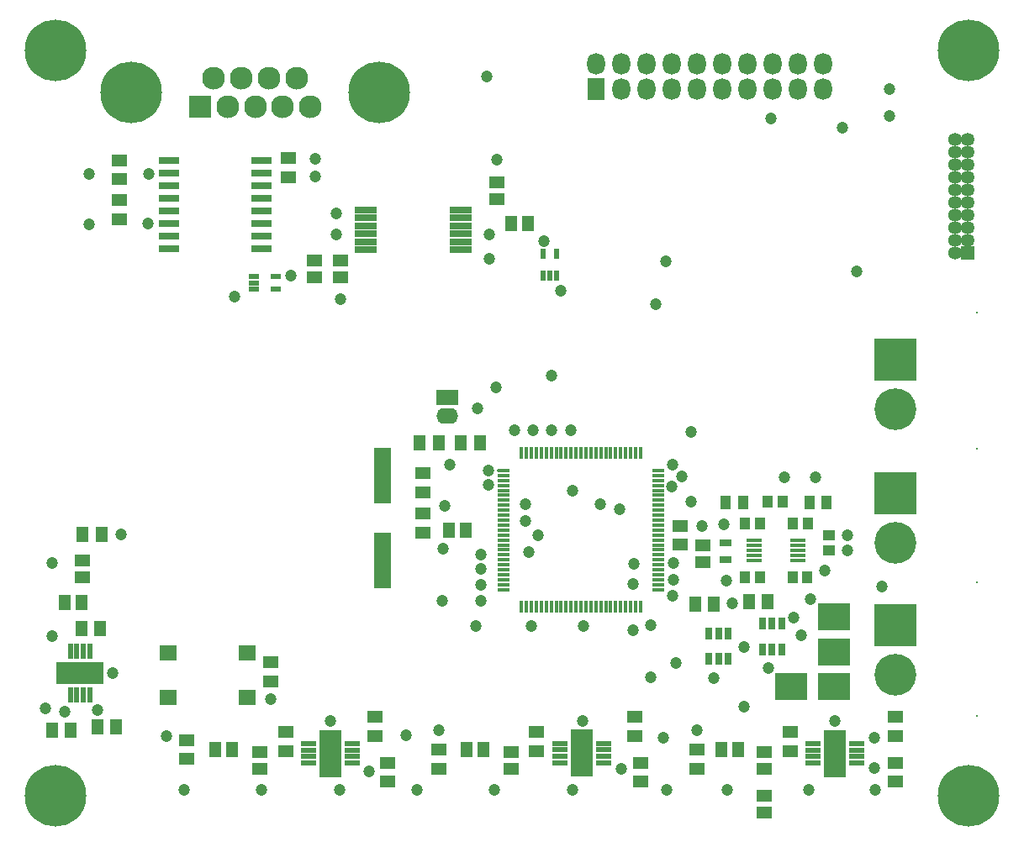
<source format=gts>
G04*
G04 #@! TF.GenerationSoftware,Altium Limited,Altium Designer,23.5.1 (21)*
G04*
G04 Layer_Color=8388736*
%FSLAX44Y44*%
%MOMM*%
G71*
G04*
G04 #@! TF.SameCoordinates,D9901149-2AC3-4954-9F64-4BA616841755*
G04*
G04*
G04 #@! TF.FilePolarity,Negative*
G04*
G01*
G75*
%ADD38R,1.2000X1.6000*%
%ADD39R,1.6000X1.2000*%
%ADD40R,1.6000X1.3000*%
%ADD41R,1.3000X1.6000*%
%ADD42R,1.0900X0.5400*%
%ADD43R,0.5400X1.0900*%
%ADD44R,2.2300X0.7000*%
%ADD45R,3.2032X2.7032*%
%ADD46R,1.5500X0.4000*%
%ADD47R,1.1000X1.3000*%
%ADD48R,0.6516X1.2016*%
%ADD49R,1.3000X0.8000*%
%ADD50R,1.1032X1.4032*%
%ADD51R,1.3000X1.1000*%
%ADD52O,1.3000X0.4000*%
%ADD53R,1.3000X0.4000*%
%ADD54R,0.4000X1.3000*%
%ADD55R,1.5000X0.5500*%
%ADD56R,2.2032X4.7032*%
%ADD57R,0.5500X1.5000*%
%ADD58R,4.7032X2.2032*%
%ADD59R,2.1400X0.7400*%
%ADD60R,1.7532X1.5032*%
%ADD61R,1.7032X5.7032*%
%ADD62R,4.2032X4.2032*%
%ADD63C,4.2032*%
%ADD64R,1.3532X1.3532*%
%ADD65C,1.3532*%
%ADD66O,2.2032X1.6032*%
%ADD67R,2.2032X1.6032*%
%ADD68R,1.8032X2.2032*%
%ADD69O,1.8032X2.2032*%
%ADD70C,2.3000*%
%ADD71R,2.3000X2.3000*%
%ADD72C,6.2032*%
%ADD73C,0.2032*%
%ADD74C,1.2032*%
%ADD75C,0.9000*%
D38*
X767500Y256000D02*
D03*
X784500D02*
D03*
X528500D02*
D03*
X511500D02*
D03*
X510500Y477000D02*
D03*
X493500D02*
D03*
X258500Y256000D02*
D03*
X275500D02*
D03*
X123500Y404000D02*
D03*
X106500D02*
D03*
X556000Y786000D02*
D03*
X573000D02*
D03*
D39*
X811000Y253000D02*
D03*
Y236000D02*
D03*
X556000Y236500D02*
D03*
Y253500D02*
D03*
X811000Y209500D02*
D03*
Y192500D02*
D03*
X749165Y444907D02*
D03*
Y461908D02*
D03*
X303000Y236500D02*
D03*
Y253500D02*
D03*
X124000Y429500D02*
D03*
Y446500D02*
D03*
X384000Y731500D02*
D03*
Y748500D02*
D03*
X358000D02*
D03*
Y731500D02*
D03*
X542000Y827500D02*
D03*
Y810500D02*
D03*
D40*
X743000Y236500D02*
D03*
Y255500D02*
D03*
X681000Y269500D02*
D03*
Y288500D02*
D03*
X483000Y236500D02*
D03*
Y255500D02*
D03*
X943000Y242500D02*
D03*
Y223500D02*
D03*
X467000Y534250D02*
D03*
Y515250D02*
D03*
Y474500D02*
D03*
Y493500D02*
D03*
X314000Y343500D02*
D03*
Y324500D02*
D03*
X162000Y849500D02*
D03*
Y830500D02*
D03*
Y790500D02*
D03*
Y809500D02*
D03*
X331496Y851750D02*
D03*
Y832750D02*
D03*
X582000Y273500D02*
D03*
Y254500D02*
D03*
X837000D02*
D03*
Y273500D02*
D03*
X943000Y269500D02*
D03*
Y288500D02*
D03*
X687000Y223500D02*
D03*
Y242500D02*
D03*
X726000Y462500D02*
D03*
Y481500D02*
D03*
X329000Y254500D02*
D03*
Y273500D02*
D03*
X419000Y269500D02*
D03*
Y288500D02*
D03*
X229000Y246500D02*
D03*
Y265500D02*
D03*
X432000Y242500D02*
D03*
Y223500D02*
D03*
D41*
X524500Y564625D02*
D03*
X505500D02*
D03*
X464125D02*
D03*
X483125D02*
D03*
X760290Y402270D02*
D03*
X741290D02*
D03*
X123500Y378000D02*
D03*
X142500D02*
D03*
X139500Y279000D02*
D03*
X158500D02*
D03*
X124500Y473000D02*
D03*
X143500D02*
D03*
X112500Y275500D02*
D03*
X93500D02*
D03*
X814500Y405000D02*
D03*
X795500D02*
D03*
D42*
X319000Y732500D02*
D03*
X297000D02*
D03*
Y726000D02*
D03*
Y719500D02*
D03*
X319000D02*
D03*
D43*
X601500Y755000D02*
D03*
Y733000D02*
D03*
X595000D02*
D03*
X588500D02*
D03*
Y755000D02*
D03*
D44*
X409705Y799500D02*
D03*
Y791500D02*
D03*
Y783500D02*
D03*
Y775500D02*
D03*
Y767500D02*
D03*
Y759500D02*
D03*
X505705Y799500D02*
D03*
Y791500D02*
D03*
Y783500D02*
D03*
Y775500D02*
D03*
Y767500D02*
D03*
Y759500D02*
D03*
D45*
X881000Y354000D02*
D03*
Y390000D02*
D03*
X838000Y319000D02*
D03*
X881000D02*
D03*
D46*
X845000Y446423D02*
D03*
Y451423D02*
D03*
Y456423D02*
D03*
Y461423D02*
D03*
Y466423D02*
D03*
X801000Y446423D02*
D03*
Y451423D02*
D03*
Y456423D02*
D03*
Y461423D02*
D03*
Y466423D02*
D03*
D47*
X839500Y429423D02*
D03*
X854500D02*
D03*
X814500Y505423D02*
D03*
X829500D02*
D03*
X791500Y483423D02*
D03*
X806500D02*
D03*
X791500Y429423D02*
D03*
X806500D02*
D03*
X840000Y483423D02*
D03*
X855000D02*
D03*
D48*
X809500Y357000D02*
D03*
X819000D02*
D03*
X828500D02*
D03*
X809500Y383000D02*
D03*
X819000D02*
D03*
X828500D02*
D03*
X774500Y373000D02*
D03*
X765000D02*
D03*
X755500D02*
D03*
X774500Y347000D02*
D03*
X765000D02*
D03*
X755500D02*
D03*
D49*
X772000Y447500D02*
D03*
Y464500D02*
D03*
D50*
X772500Y504423D02*
D03*
X789500D02*
D03*
X873500D02*
D03*
X856500D02*
D03*
D51*
X876000Y471923D02*
D03*
Y456923D02*
D03*
D52*
X549000Y537000D02*
D03*
D53*
Y532000D02*
D03*
Y527000D02*
D03*
Y522000D02*
D03*
Y517000D02*
D03*
Y512000D02*
D03*
Y507000D02*
D03*
Y502000D02*
D03*
Y497000D02*
D03*
Y492000D02*
D03*
Y487000D02*
D03*
Y482000D02*
D03*
Y477000D02*
D03*
Y472000D02*
D03*
Y467000D02*
D03*
Y462000D02*
D03*
Y457000D02*
D03*
Y452000D02*
D03*
Y447000D02*
D03*
Y442000D02*
D03*
Y437000D02*
D03*
Y432000D02*
D03*
Y427000D02*
D03*
Y422000D02*
D03*
Y417000D02*
D03*
X704000D02*
D03*
Y422000D02*
D03*
Y427000D02*
D03*
Y432000D02*
D03*
Y437000D02*
D03*
Y442000D02*
D03*
Y447000D02*
D03*
Y452000D02*
D03*
Y457000D02*
D03*
Y462000D02*
D03*
Y467000D02*
D03*
Y472000D02*
D03*
Y477000D02*
D03*
Y482000D02*
D03*
Y487000D02*
D03*
Y492000D02*
D03*
Y497000D02*
D03*
Y502000D02*
D03*
Y507000D02*
D03*
Y512000D02*
D03*
Y517000D02*
D03*
Y522000D02*
D03*
Y527000D02*
D03*
Y532000D02*
D03*
Y537000D02*
D03*
D54*
X566500Y399500D02*
D03*
X571500D02*
D03*
X576500D02*
D03*
X581500D02*
D03*
X586500D02*
D03*
X591500D02*
D03*
X596500D02*
D03*
X601500D02*
D03*
X606500D02*
D03*
X611500D02*
D03*
X616500D02*
D03*
X621500D02*
D03*
X626500D02*
D03*
X631500D02*
D03*
X636500D02*
D03*
X641500D02*
D03*
X646500D02*
D03*
X651500D02*
D03*
X656500D02*
D03*
X661500D02*
D03*
X666500D02*
D03*
X671500D02*
D03*
X676500D02*
D03*
X681500D02*
D03*
X686500D02*
D03*
Y554500D02*
D03*
X681500D02*
D03*
X676500D02*
D03*
X671500D02*
D03*
X666500D02*
D03*
X661500D02*
D03*
X656500D02*
D03*
X651500D02*
D03*
X646500D02*
D03*
X641500D02*
D03*
X636500D02*
D03*
X631500D02*
D03*
X626500D02*
D03*
X621500D02*
D03*
X616500D02*
D03*
X611500D02*
D03*
X606500D02*
D03*
X601500D02*
D03*
X596500D02*
D03*
X591500D02*
D03*
X586500D02*
D03*
X581500D02*
D03*
X576500D02*
D03*
X571500D02*
D03*
X566500D02*
D03*
D55*
X605500Y262000D02*
D03*
Y255500D02*
D03*
Y249000D02*
D03*
Y242500D02*
D03*
X649500D02*
D03*
Y249000D02*
D03*
Y255500D02*
D03*
Y262000D02*
D03*
X396000Y261750D02*
D03*
Y255250D02*
D03*
Y248750D02*
D03*
Y242250D02*
D03*
X352000D02*
D03*
Y248750D02*
D03*
Y255250D02*
D03*
Y261750D02*
D03*
X904000D02*
D03*
Y255250D02*
D03*
Y248750D02*
D03*
Y242250D02*
D03*
X860000D02*
D03*
Y248750D02*
D03*
Y255250D02*
D03*
Y261750D02*
D03*
D56*
X627500Y252250D02*
D03*
X374000Y252000D02*
D03*
X882000D02*
D03*
D57*
X131750Y355000D02*
D03*
X125250D02*
D03*
X118750D02*
D03*
X112250D02*
D03*
Y311000D02*
D03*
X118750D02*
D03*
X125250D02*
D03*
X131750D02*
D03*
D58*
X122000Y333000D02*
D03*
D59*
X211496Y760100D02*
D03*
Y772800D02*
D03*
Y785500D02*
D03*
Y798200D02*
D03*
Y810900D02*
D03*
Y823600D02*
D03*
Y836300D02*
D03*
Y849000D02*
D03*
X304496D02*
D03*
Y836300D02*
D03*
Y823600D02*
D03*
Y810900D02*
D03*
Y798200D02*
D03*
Y785500D02*
D03*
Y772800D02*
D03*
Y760100D02*
D03*
D60*
X211000Y353000D02*
D03*
Y308000D02*
D03*
X290500D02*
D03*
Y353000D02*
D03*
D61*
X427000Y532000D02*
D03*
Y446000D02*
D03*
D62*
X943000Y514000D02*
D03*
Y381000D02*
D03*
Y649000D02*
D03*
D63*
Y464000D02*
D03*
Y331000D02*
D03*
Y599000D02*
D03*
D64*
X1016000Y756100D02*
D03*
D65*
Y832300D02*
D03*
Y806900D02*
D03*
Y794200D02*
D03*
Y819600D02*
D03*
Y845000D02*
D03*
Y857700D02*
D03*
X1003300Y781500D02*
D03*
Y794200D02*
D03*
Y806900D02*
D03*
Y819600D02*
D03*
Y832300D02*
D03*
Y845000D02*
D03*
Y857700D02*
D03*
Y870400D02*
D03*
X1016000Y781500D02*
D03*
Y870400D02*
D03*
X1003300Y768800D02*
D03*
X1016000D02*
D03*
X1003300Y756100D02*
D03*
D66*
X492000Y592000D02*
D03*
D67*
Y611000D02*
D03*
D68*
X641400Y921000D02*
D03*
D69*
X666800D02*
D03*
X692200D02*
D03*
X717600D02*
D03*
X743000D02*
D03*
X768400D02*
D03*
X793800D02*
D03*
X819200D02*
D03*
X844600D02*
D03*
X870000D02*
D03*
X641400Y946400D02*
D03*
X666800D02*
D03*
X692200D02*
D03*
X717600D02*
D03*
X743000D02*
D03*
X768400D02*
D03*
X793800D02*
D03*
X819200D02*
D03*
X870000D02*
D03*
X844600D02*
D03*
D70*
X353850Y903600D02*
D03*
X326150D02*
D03*
X298450D02*
D03*
X270750D02*
D03*
X256900Y932000D02*
D03*
X284600D02*
D03*
X312300D02*
D03*
X340000D02*
D03*
D71*
X243050Y903600D02*
D03*
D72*
X173482Y917774D02*
D03*
X423418D02*
D03*
X97000Y209000D02*
D03*
Y960000D02*
D03*
X1017000Y209000D02*
D03*
Y960000D02*
D03*
D73*
X1025000Y290000D02*
D03*
Y424131D02*
D03*
Y559000D02*
D03*
Y696000D02*
D03*
D74*
X384000Y710000D02*
D03*
X380000Y775000D02*
D03*
X278000Y712000D02*
D03*
X589000Y768000D02*
D03*
X606015Y718015D02*
D03*
X534000Y750000D02*
D03*
X380000Y796000D02*
D03*
X334000Y733000D02*
D03*
X534000Y775000D02*
D03*
X542000Y850000D02*
D03*
X532000Y934000D02*
D03*
X930000Y420000D02*
D03*
X937000Y894000D02*
D03*
Y921000D02*
D03*
X818000Y892000D02*
D03*
X748000Y481000D02*
D03*
X848540Y370993D02*
D03*
X863000Y530000D02*
D03*
X831000D02*
D03*
X773000Y426000D02*
D03*
X841000Y389000D02*
D03*
X815000Y338000D02*
D03*
X770000Y483000D02*
D03*
X872000Y436423D02*
D03*
X895000Y472000D02*
D03*
Y456423D02*
D03*
X858000Y407423D02*
D03*
X720000Y444000D02*
D03*
X779000Y403000D02*
D03*
X737000Y506000D02*
D03*
X646000Y503000D02*
D03*
X722000Y343000D02*
D03*
X697000Y329000D02*
D03*
X743110Y275000D02*
D03*
X483000D02*
D03*
X709110Y267510D02*
D03*
X890000Y882000D02*
D03*
X163270Y472730D02*
D03*
X541000Y621000D02*
D03*
X522000Y600000D02*
D03*
X560000Y578000D02*
D03*
X578000D02*
D03*
X314000Y307000D02*
D03*
X618000Y517000D02*
D03*
X665000Y498000D02*
D03*
X712000Y748000D02*
D03*
X702000Y705000D02*
D03*
X525925Y452116D02*
D03*
X583000Y472000D02*
D03*
X571000Y503430D02*
D03*
X533000Y522570D02*
D03*
Y537000D02*
D03*
X191000Y836000D02*
D03*
X190499Y785750D02*
D03*
X904000Y738000D02*
D03*
X571000Y486000D02*
D03*
X359000Y851000D02*
D03*
Y833000D02*
D03*
X791000Y359000D02*
D03*
X760000Y328000D02*
D03*
X487000Y406000D02*
D03*
X679000Y423000D02*
D03*
X697000Y381000D02*
D03*
X678793Y376008D02*
D03*
X521000Y380000D02*
D03*
X131000Y785000D02*
D03*
Y836000D02*
D03*
X494000Y543000D02*
D03*
X489000Y501000D02*
D03*
X488000Y458000D02*
D03*
X791000Y299000D02*
D03*
X629000Y380000D02*
D03*
X737000Y576000D02*
D03*
X107000Y294000D02*
D03*
X140000Y296000D02*
D03*
X413000Y234000D02*
D03*
X667000Y236000D02*
D03*
X922000Y268000D02*
D03*
X720000Y427000D02*
D03*
X719000Y411000D02*
D03*
Y543000D02*
D03*
X923000Y215000D02*
D03*
X596500Y632500D02*
D03*
X680000Y443000D02*
D03*
X526000Y422000D02*
D03*
X574000Y455000D02*
D03*
X526000Y406000D02*
D03*
X374000Y285000D02*
D03*
X713000Y215000D02*
D03*
X774000D02*
D03*
X539571D02*
D03*
X305143D02*
D03*
X87000Y297000D02*
D03*
X727988Y531078D02*
D03*
X526000Y438000D02*
D03*
X461428Y215000D02*
D03*
X94000Y370500D02*
D03*
X882000Y285000D02*
D03*
X628000D02*
D03*
X617714Y215000D02*
D03*
X922000Y237000D02*
D03*
X616000Y578000D02*
D03*
X576730Y380270D02*
D03*
X717843Y521214D02*
D03*
X450000Y270000D02*
D03*
X94000Y444000D02*
D03*
X227000Y215000D02*
D03*
X383286D02*
D03*
X155000Y333000D02*
D03*
X209000Y269000D02*
D03*
X596496Y578000D02*
D03*
X856000Y215000D02*
D03*
D75*
X633000Y240050D02*
D03*
X622000D02*
D03*
Y252250D02*
D03*
X633000D02*
D03*
Y264450D02*
D03*
X622000D02*
D03*
X368500Y264200D02*
D03*
X379500D02*
D03*
Y252000D02*
D03*
X368500D02*
D03*
Y239800D02*
D03*
X379500D02*
D03*
X109800Y327500D02*
D03*
Y338500D02*
D03*
X122000D02*
D03*
Y327500D02*
D03*
X134200D02*
D03*
Y338500D02*
D03*
X876500Y264200D02*
D03*
X887500D02*
D03*
Y252000D02*
D03*
X876500D02*
D03*
Y239800D02*
D03*
X887500D02*
D03*
M02*

</source>
